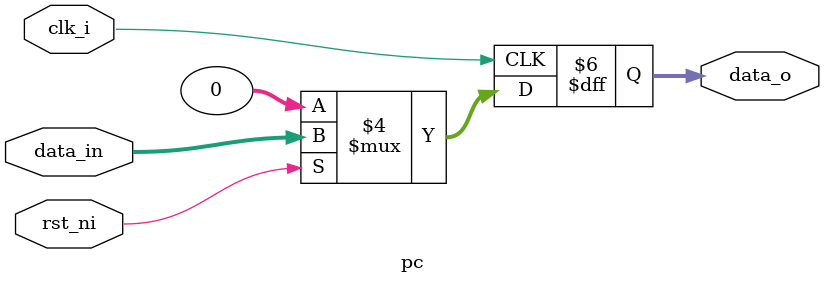
<source format=sv>
module pc(
   input logic [31:0] data_in,
   input logic clk_i,
   input logic rst_ni,
   output logic [31:0] data_o
);
   always_ff @(posedge clk_i) begin
      if (~rst_ni) 
         data_o <= 32'b0;
      else 
         data_o <= data_in;
   end
endmodule


</source>
